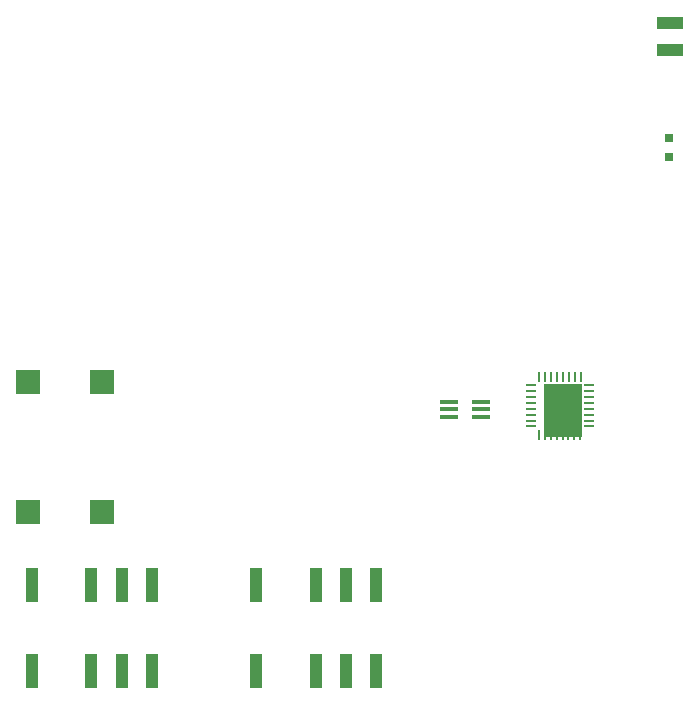
<source format=gbr>
G04 #@! TF.GenerationSoftware,KiCad,Pcbnew,5.1.5+dfsg1-2build2*
G04 #@! TF.CreationDate,2022-04-02T18:44:24-05:00*
G04 #@! TF.ProjectId,caden_final,63616465-6e5f-4666-996e-616c2e6b6963,rev?*
G04 #@! TF.SameCoordinates,Original*
G04 #@! TF.FileFunction,Paste,Top*
G04 #@! TF.FilePolarity,Positive*
%FSLAX46Y46*%
G04 Gerber Fmt 4.6, Leading zero omitted, Abs format (unit mm)*
G04 Created by KiCad (PCBNEW 5.1.5+dfsg1-2build2) date 2022-04-02 18:44:24*
%MOMM*%
%LPD*%
G04 APERTURE LIST*
%ADD10C,0.100000*%
%ADD11R,0.254000X0.812800*%
%ADD12R,0.177800X0.812800*%
%ADD13R,0.812800X0.254000*%
%ADD14R,2.250000X1.000000*%
%ADD15R,0.750000X0.800000*%
%ADD16R,2.000000X2.000000*%
%ADD17R,1.500000X0.400000*%
%ADD18R,1.110000X3.000000*%
G04 APERTURE END LIST*
D10*
G36*
X108470700Y-25666700D02*
G01*
X111671100Y-25666700D01*
X111671100Y-30060900D01*
X108470700Y-30060900D01*
X108470700Y-25666700D01*
G37*
X108470700Y-25666700D02*
X111671100Y-25666700D01*
X111671100Y-30060900D01*
X108470700Y-30060900D01*
X108470700Y-25666700D01*
D11*
X108105001Y-29959300D03*
D12*
X108559610Y-29959300D03*
D11*
X109070899Y-29959300D03*
X109570901Y-29959300D03*
X110070900Y-29959300D03*
X110570902Y-29959300D03*
X111070901Y-29959300D03*
D12*
X111582190Y-29959300D03*
D13*
X112331500Y-29232799D03*
X112331500Y-28732800D03*
X112331500Y-28232801D03*
X112331500Y-27732800D03*
X112331500Y-27232800D03*
X112331500Y-26732799D03*
X112331500Y-26232800D03*
X112331500Y-25732801D03*
D11*
X111604999Y-25006300D03*
X111105000Y-25006300D03*
X110605001Y-25006300D03*
X110105000Y-25006300D03*
X109605000Y-25006300D03*
X109104999Y-25006300D03*
X108605000Y-25006300D03*
X108105001Y-25006300D03*
D13*
X107378500Y-25732801D03*
X107378500Y-26232800D03*
X107378500Y-26732799D03*
X107378500Y-27232800D03*
X107378500Y-27732800D03*
X107378500Y-28232801D03*
X107378500Y-28732800D03*
X107378500Y-29232799D03*
D14*
X119189500Y2685000D03*
X119189500Y4935000D03*
D15*
X119126000Y-4813500D03*
X119126000Y-6413500D03*
D16*
X64856500Y-25463500D03*
X71056500Y-25463500D03*
X64856500Y-36463500D03*
X71056500Y-36463500D03*
D17*
X103158600Y-28437600D03*
X103158600Y-27787600D03*
X103158600Y-27137600D03*
X100498600Y-27137600D03*
X100498600Y-27787600D03*
X100498600Y-28437600D03*
D18*
X75311000Y-42684500D03*
X75311000Y-49974500D03*
X72771000Y-49974500D03*
X72771000Y-42684500D03*
X70171000Y-49974500D03*
X70171000Y-42684500D03*
X65151000Y-42684500D03*
X65151000Y-49974500D03*
X84137500Y-49962000D03*
X84137500Y-42672000D03*
X89157500Y-42672000D03*
X89157500Y-49962000D03*
X91757500Y-42672000D03*
X91757500Y-49962000D03*
X94297500Y-49962000D03*
X94297500Y-42672000D03*
M02*

</source>
